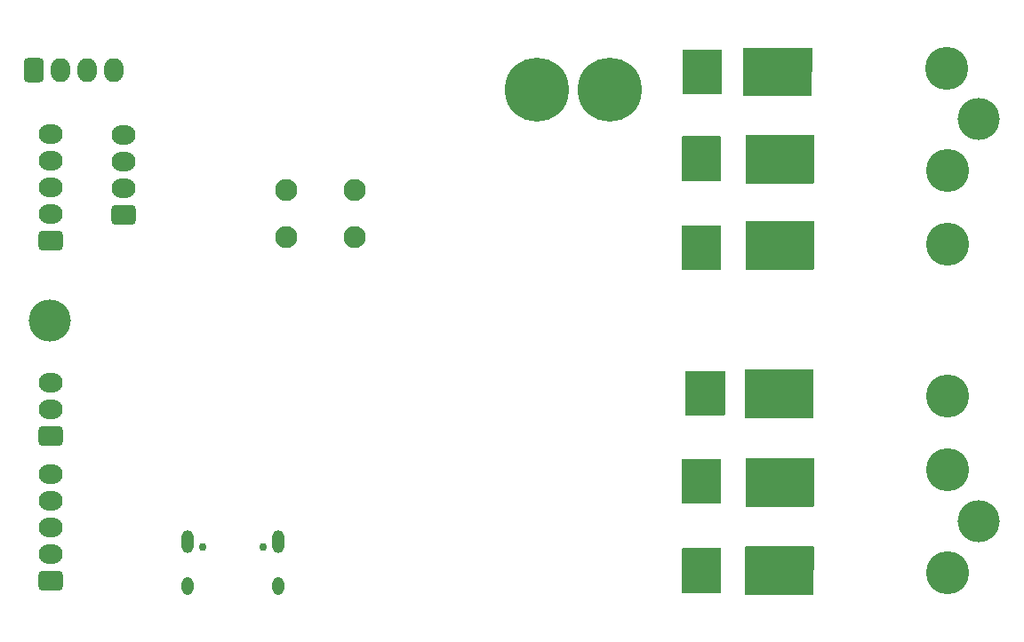
<source format=gbs>
G04 #@! TF.GenerationSoftware,KiCad,Pcbnew,6.0.0-rc2*
G04 #@! TF.CreationDate,2022-06-25T16:15:40-07:00*
G04 #@! TF.ProjectId,RP2040_motor-rounded,52503230-3430-45f6-9d6f-746f722d726f,REV1*
G04 #@! TF.SameCoordinates,Original*
G04 #@! TF.FileFunction,Soldermask,Bot*
G04 #@! TF.FilePolarity,Negative*
%FSLAX46Y46*%
G04 Gerber Fmt 4.6, Leading zero omitted, Abs format (unit mm)*
G04 Created by KiCad (PCBNEW 6.0.0-rc2) date 2022-06-25 16:15:40*
%MOMM*%
%LPD*%
G01*
G04 APERTURE LIST*
G04 Aperture macros list*
%AMRoundRect*
0 Rectangle with rounded corners*
0 $1 Rounding radius*
0 $2 $3 $4 $5 $6 $7 $8 $9 X,Y pos of 4 corners*
0 Add a 4 corners polygon primitive as box body*
4,1,4,$2,$3,$4,$5,$6,$7,$8,$9,$2,$3,0*
0 Add four circle primitives for the rounded corners*
1,1,$1+$1,$2,$3*
1,1,$1+$1,$4,$5*
1,1,$1+$1,$6,$7*
1,1,$1+$1,$8,$9*
0 Add four rect primitives between the rounded corners*
20,1,$1+$1,$2,$3,$4,$5,0*
20,1,$1+$1,$4,$5,$6,$7,0*
20,1,$1+$1,$6,$7,$8,$9,0*
20,1,$1+$1,$8,$9,$2,$3,0*%
G04 Aperture macros list end*
%ADD10C,4.002000*%
%ADD11RoundRect,0.301000X0.845000X-0.620000X0.845000X0.620000X-0.845000X0.620000X-0.845000X-0.620000X0*%
%ADD12O,2.292000X1.842000*%
%ADD13C,2.102000*%
%ADD14C,4.102000*%
%ADD15C,6.102000*%
%ADD16RoundRect,0.301000X-0.620000X-0.845000X0.620000X-0.845000X0.620000X0.845000X-0.620000X0.845000X0*%
%ADD17O,1.842000X2.292000*%
%ADD18C,0.752000*%
%ADD19O,1.102000X2.202000*%
%ADD20O,1.102000X1.702000*%
G04 APERTURE END LIST*
D10*
X73950000Y-95000000D03*
D11*
X81050000Y-84960000D03*
D12*
X81050000Y-82420000D03*
X81050000Y-79880000D03*
X81050000Y-77340000D03*
D13*
X103000000Y-82600000D03*
X96500000Y-82600000D03*
X103000000Y-87100000D03*
X96500000Y-87100000D03*
D14*
X159400000Y-71000000D03*
D15*
X120350000Y-73000000D03*
D14*
X159500000Y-102250000D03*
D16*
X72490000Y-71200000D03*
D17*
X75030000Y-71200000D03*
X77570000Y-71200000D03*
X80110000Y-71200000D03*
D11*
X74100000Y-87400000D03*
D12*
X74100000Y-84860000D03*
X74100000Y-82320000D03*
X74100000Y-79780000D03*
X74100000Y-77240000D03*
D11*
X74100000Y-106000000D03*
D12*
X74100000Y-103460000D03*
X74100000Y-100920000D03*
D10*
X162450000Y-75800000D03*
D11*
X74100000Y-119850000D03*
D12*
X74100000Y-117310000D03*
X74100000Y-114770000D03*
X74100000Y-112230000D03*
X74100000Y-109690000D03*
D14*
X159500000Y-87750000D03*
X159500000Y-119100000D03*
X159500000Y-80700000D03*
D10*
X162450000Y-114200000D03*
D14*
X159500000Y-109300000D03*
D18*
X94290000Y-116645000D03*
X88510000Y-116645000D03*
D19*
X95720000Y-116145000D03*
X87080000Y-116145000D03*
D20*
X87080000Y-120325000D03*
X95720000Y-120325000D03*
D15*
X127350000Y-73000000D03*
G36*
X137906418Y-85970917D02*
G01*
X137942382Y-86020417D01*
X137947227Y-86050893D01*
X137952026Y-90116364D01*
X137933187Y-90174577D01*
X137883730Y-90210599D01*
X137853803Y-90215478D01*
X134294144Y-90243408D01*
X134235806Y-90224958D01*
X134199455Y-90175741D01*
X134194367Y-90144346D01*
X134197045Y-86050945D01*
X134215990Y-85992767D01*
X134265514Y-85956835D01*
X134296045Y-85952010D01*
X137848227Y-85952010D01*
X137906418Y-85970917D01*
G37*
G36*
X146783121Y-85543907D02*
G01*
X146819085Y-85593407D01*
X146823924Y-85625064D01*
X146776053Y-90077064D01*
X146756521Y-90135049D01*
X146706638Y-90170478D01*
X146677059Y-90175000D01*
X140374000Y-90175000D01*
X140315809Y-90156093D01*
X140279845Y-90106593D01*
X140275000Y-90076000D01*
X140275000Y-85624000D01*
X140293907Y-85565809D01*
X140343407Y-85529845D01*
X140374000Y-85525000D01*
X146724930Y-85525000D01*
X146783121Y-85543907D01*
G37*
G36*
X138256418Y-99845917D02*
G01*
X138292382Y-99895417D01*
X138297227Y-99925893D01*
X138302026Y-103991364D01*
X138283187Y-104049577D01*
X138233730Y-104085599D01*
X138203803Y-104090478D01*
X134644144Y-104118408D01*
X134585806Y-104099958D01*
X134549455Y-104050741D01*
X134544367Y-104019346D01*
X134547045Y-99925945D01*
X134565990Y-99867767D01*
X134615514Y-99831835D01*
X134646045Y-99827010D01*
X138198227Y-99827010D01*
X138256418Y-99845917D01*
G37*
G36*
X137881418Y-108220917D02*
G01*
X137917382Y-108270417D01*
X137922227Y-108300893D01*
X137927026Y-112366364D01*
X137908187Y-112424577D01*
X137858730Y-112460599D01*
X137828803Y-112465478D01*
X134269144Y-112493408D01*
X134210806Y-112474958D01*
X134174455Y-112425741D01*
X134169367Y-112394346D01*
X134172045Y-108300945D01*
X134190990Y-108242767D01*
X134240514Y-108206835D01*
X134271045Y-108202010D01*
X137823227Y-108202010D01*
X137881418Y-108220917D01*
G37*
G36*
X146708121Y-99693907D02*
G01*
X146744085Y-99743407D01*
X146748924Y-99775064D01*
X146701053Y-104227064D01*
X146681521Y-104285049D01*
X146631638Y-104320478D01*
X146602059Y-104325000D01*
X140299000Y-104325000D01*
X140240809Y-104306093D01*
X140204845Y-104256593D01*
X140200000Y-104226000D01*
X140200000Y-99774000D01*
X140218907Y-99715809D01*
X140268407Y-99679845D01*
X140299000Y-99675000D01*
X146649930Y-99675000D01*
X146708121Y-99693907D01*
G37*
G36*
X137984308Y-69193907D02*
G01*
X138020272Y-69243407D01*
X138025117Y-69273883D01*
X138029916Y-73339354D01*
X138011077Y-73397567D01*
X137961620Y-73433589D01*
X137931693Y-73438468D01*
X134372034Y-73466398D01*
X134313696Y-73447948D01*
X134277345Y-73398731D01*
X134272257Y-73367336D01*
X134274935Y-69273935D01*
X134293880Y-69215757D01*
X134343404Y-69179825D01*
X134373935Y-69175000D01*
X137926117Y-69175000D01*
X137984308Y-69193907D01*
G37*
G36*
X146783121Y-108168907D02*
G01*
X146819085Y-108218407D01*
X146823924Y-108250064D01*
X146776053Y-112702064D01*
X146756521Y-112760049D01*
X146706638Y-112795478D01*
X146677059Y-112800000D01*
X140374000Y-112800000D01*
X140315809Y-112781093D01*
X140279845Y-112731593D01*
X140275000Y-112701000D01*
X140275000Y-108249000D01*
X140293907Y-108190809D01*
X140343407Y-108154845D01*
X140374000Y-108150000D01*
X146724930Y-108150000D01*
X146783121Y-108168907D01*
G37*
G36*
X146558121Y-69018907D02*
G01*
X146594085Y-69068407D01*
X146598924Y-69100064D01*
X146551053Y-73552064D01*
X146531521Y-73610049D01*
X146481638Y-73645478D01*
X146452059Y-73650000D01*
X140149000Y-73650000D01*
X140090809Y-73631093D01*
X140054845Y-73581593D01*
X140050000Y-73551000D01*
X140050000Y-69099000D01*
X140068907Y-69040809D01*
X140118407Y-69004845D01*
X140149000Y-69000000D01*
X146499930Y-69000000D01*
X146558121Y-69018907D01*
G37*
G36*
X146783121Y-77343907D02*
G01*
X146819085Y-77393407D01*
X146823924Y-77425064D01*
X146776053Y-81877064D01*
X146756521Y-81935049D01*
X146706638Y-81970478D01*
X146677059Y-81975000D01*
X140374000Y-81975000D01*
X140315809Y-81956093D01*
X140279845Y-81906593D01*
X140275000Y-81876000D01*
X140275000Y-77424000D01*
X140293907Y-77365809D01*
X140343407Y-77329845D01*
X140374000Y-77325000D01*
X146724930Y-77325000D01*
X146783121Y-77343907D01*
G37*
G36*
X146733121Y-116543907D02*
G01*
X146769085Y-116593407D01*
X146773924Y-116625064D01*
X146726053Y-121077064D01*
X146706521Y-121135049D01*
X146656638Y-121170478D01*
X146627059Y-121175000D01*
X140324000Y-121175000D01*
X140265809Y-121156093D01*
X140229845Y-121106593D01*
X140225000Y-121076000D01*
X140225000Y-116624000D01*
X140243907Y-116565809D01*
X140293407Y-116529845D01*
X140324000Y-116525000D01*
X146674930Y-116525000D01*
X146733121Y-116543907D01*
G37*
G36*
X137881418Y-77470917D02*
G01*
X137917382Y-77520417D01*
X137922227Y-77550893D01*
X137927026Y-81616364D01*
X137908187Y-81674577D01*
X137858730Y-81710599D01*
X137828803Y-81715478D01*
X134269144Y-81743408D01*
X134210806Y-81724958D01*
X134174455Y-81675741D01*
X134169367Y-81644346D01*
X134172045Y-77550945D01*
X134190990Y-77492767D01*
X134240514Y-77456835D01*
X134271045Y-77452010D01*
X137823227Y-77452010D01*
X137881418Y-77470917D01*
G37*
G36*
X137906418Y-116745917D02*
G01*
X137942382Y-116795417D01*
X137947227Y-116825893D01*
X137952026Y-120891364D01*
X137933187Y-120949577D01*
X137883730Y-120985599D01*
X137853803Y-120990478D01*
X134294144Y-121018408D01*
X134235806Y-120999958D01*
X134199455Y-120950741D01*
X134194367Y-120919346D01*
X134197045Y-116825945D01*
X134215990Y-116767767D01*
X134265514Y-116731835D01*
X134296045Y-116727010D01*
X137848227Y-116727010D01*
X137906418Y-116745917D01*
G37*
G36*
X137945002Y-120988776D02*
G01*
X137945002Y-120990776D01*
X137943286Y-120991776D01*
X134203266Y-121021121D01*
X134203250Y-121019121D01*
X134203250Y-121018996D01*
X134203235Y-121017121D01*
X137943253Y-120987776D01*
X137943270Y-120987776D01*
X137945002Y-120988776D01*
G37*
G36*
X137920002Y-112463776D02*
G01*
X137920002Y-112465776D01*
X137918286Y-112466776D01*
X134178266Y-112496121D01*
X134178250Y-112494121D01*
X134178250Y-112493996D01*
X134178235Y-112492121D01*
X137918253Y-112462776D01*
X137918270Y-112462776D01*
X137920002Y-112463776D01*
G37*
G36*
X138295002Y-104088776D02*
G01*
X138295002Y-104090776D01*
X138293286Y-104091776D01*
X134553266Y-104121121D01*
X134553250Y-104119121D01*
X134553250Y-104118996D01*
X134553235Y-104117121D01*
X138293253Y-104087776D01*
X138293270Y-104087776D01*
X138295002Y-104088776D01*
G37*
G36*
X137945002Y-90213776D02*
G01*
X137945002Y-90215776D01*
X137943286Y-90216776D01*
X134203266Y-90246121D01*
X134203250Y-90244121D01*
X134203250Y-90243996D01*
X134203235Y-90242121D01*
X137943253Y-90212776D01*
X137943270Y-90212776D01*
X137945002Y-90213776D01*
G37*
G36*
X137920002Y-81713776D02*
G01*
X137920002Y-81715776D01*
X137918286Y-81716776D01*
X134178266Y-81746121D01*
X134178250Y-81744121D01*
X134178250Y-81743996D01*
X134178235Y-81742121D01*
X137918253Y-81712776D01*
X137918270Y-81712776D01*
X137920002Y-81713776D01*
G37*
G36*
X138022892Y-73436766D02*
G01*
X138022892Y-73438766D01*
X138021176Y-73439766D01*
X134281156Y-73469111D01*
X134281140Y-73467111D01*
X134281140Y-73466986D01*
X134281125Y-73465111D01*
X138021143Y-73435766D01*
X138021160Y-73435766D01*
X138022892Y-73436766D01*
G37*
M02*

</source>
